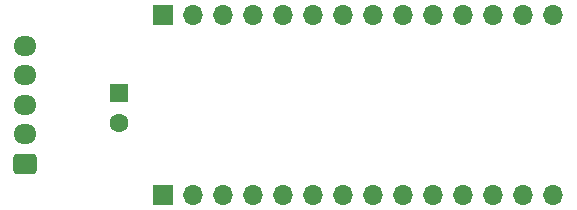
<source format=gbr>
%TF.GenerationSoftware,KiCad,Pcbnew,(6.0.1)*%
%TF.CreationDate,2022-02-11T11:56:36-05:00*%
%TF.ProjectId,POVshield-V3,504f5673-6869-4656-9c64-2d56332e6b69,rev?*%
%TF.SameCoordinates,Original*%
%TF.FileFunction,Soldermask,Bot*%
%TF.FilePolarity,Negative*%
%FSLAX46Y46*%
G04 Gerber Fmt 4.6, Leading zero omitted, Abs format (unit mm)*
G04 Created by KiCad (PCBNEW (6.0.1)) date 2022-02-11 11:56:36*
%MOMM*%
%LPD*%
G01*
G04 APERTURE LIST*
G04 Aperture macros list*
%AMRoundRect*
0 Rectangle with rounded corners*
0 $1 Rounding radius*
0 $2 $3 $4 $5 $6 $7 $8 $9 X,Y pos of 4 corners*
0 Add a 4 corners polygon primitive as box body*
4,1,4,$2,$3,$4,$5,$6,$7,$8,$9,$2,$3,0*
0 Add four circle primitives for the rounded corners*
1,1,$1+$1,$2,$3*
1,1,$1+$1,$4,$5*
1,1,$1+$1,$6,$7*
1,1,$1+$1,$8,$9*
0 Add four rect primitives between the rounded corners*
20,1,$1+$1,$2,$3,$4,$5,0*
20,1,$1+$1,$4,$5,$6,$7,0*
20,1,$1+$1,$6,$7,$8,$9,0*
20,1,$1+$1,$8,$9,$2,$3,0*%
G04 Aperture macros list end*
%ADD10R,1.600000X1.600000*%
%ADD11C,1.600000*%
%ADD12RoundRect,0.250000X0.725000X-0.600000X0.725000X0.600000X-0.725000X0.600000X-0.725000X-0.600000X0*%
%ADD13O,1.950000X1.700000*%
%ADD14R,1.700000X1.700000*%
%ADD15O,1.700000X1.700000*%
G04 APERTURE END LIST*
D10*
X87700000Y-100600000D03*
D11*
X87700000Y-103100000D03*
D12*
X79756000Y-106600000D03*
D13*
X79756000Y-104100000D03*
X79756000Y-101600000D03*
X79756000Y-99100000D03*
X79756000Y-96600000D03*
D14*
X91440000Y-93980000D03*
D15*
X93980000Y-93980000D03*
X96520000Y-93980000D03*
X99060000Y-93980000D03*
X101600000Y-93980000D03*
X104140000Y-93980000D03*
X106680000Y-93980000D03*
X109220000Y-93980000D03*
X111760000Y-93980000D03*
X114300000Y-93980000D03*
X116840000Y-93980000D03*
X119380000Y-93980000D03*
X121920000Y-93980000D03*
X124460000Y-93980000D03*
D14*
X91440000Y-109220000D03*
D15*
X93980000Y-109220000D03*
X96520000Y-109220000D03*
X99060000Y-109220000D03*
X101600000Y-109220000D03*
X104140000Y-109220000D03*
X106680000Y-109220000D03*
X109220000Y-109220000D03*
X111760000Y-109220000D03*
X114300000Y-109220000D03*
X116840000Y-109220000D03*
X119380000Y-109220000D03*
X121920000Y-109220000D03*
X124460000Y-109220000D03*
M02*

</source>
